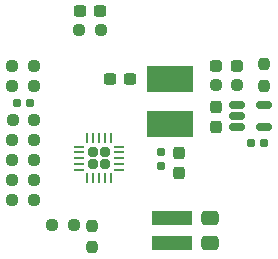
<source format=gbr>
%TF.GenerationSoftware,KiCad,Pcbnew,7.0.5*%
%TF.CreationDate,2024-01-17T11:16:35-05:00*%
%TF.ProjectId,PWR,5057522e-6b69-4636-9164-5f7063625858,rev?*%
%TF.SameCoordinates,Original*%
%TF.FileFunction,Paste,Top*%
%TF.FilePolarity,Positive*%
%FSLAX46Y46*%
G04 Gerber Fmt 4.6, Leading zero omitted, Abs format (unit mm)*
G04 Created by KiCad (PCBNEW 7.0.5) date 2024-01-17 11:16:35*
%MOMM*%
%LPD*%
G01*
G04 APERTURE LIST*
G04 Aperture macros list*
%AMRoundRect*
0 Rectangle with rounded corners*
0 $1 Rounding radius*
0 $2 $3 $4 $5 $6 $7 $8 $9 X,Y pos of 4 corners*
0 Add a 4 corners polygon primitive as box body*
4,1,4,$2,$3,$4,$5,$6,$7,$8,$9,$2,$3,0*
0 Add four circle primitives for the rounded corners*
1,1,$1+$1,$2,$3*
1,1,$1+$1,$4,$5*
1,1,$1+$1,$6,$7*
1,1,$1+$1,$8,$9*
0 Add four rect primitives between the rounded corners*
20,1,$1+$1,$2,$3,$4,$5,0*
20,1,$1+$1,$4,$5,$6,$7,0*
20,1,$1+$1,$6,$7,$8,$9,0*
20,1,$1+$1,$8,$9,$2,$3,0*%
G04 Aperture macros list end*
%ADD10RoundRect,0.237500X-0.237500X0.250000X-0.237500X-0.250000X0.237500X-0.250000X0.237500X0.250000X0*%
%ADD11RoundRect,0.237500X0.237500X-0.300000X0.237500X0.300000X-0.237500X0.300000X-0.237500X-0.300000X0*%
%ADD12RoundRect,0.155000X0.212500X0.155000X-0.212500X0.155000X-0.212500X-0.155000X0.212500X-0.155000X0*%
%ADD13RoundRect,0.237500X-0.250000X-0.237500X0.250000X-0.237500X0.250000X0.237500X-0.250000X0.237500X0*%
%ADD14RoundRect,0.237500X0.250000X0.237500X-0.250000X0.237500X-0.250000X-0.237500X0.250000X-0.237500X0*%
%ADD15R,3.900000X2.200000*%
%ADD16RoundRect,0.237500X0.237500X-0.250000X0.237500X0.250000X-0.237500X0.250000X-0.237500X-0.250000X0*%
%ADD17RoundRect,0.202500X-0.202500X0.202500X-0.202500X-0.202500X0.202500X-0.202500X0.202500X0.202500X0*%
%ADD18RoundRect,0.062500X-0.062500X0.375000X-0.062500X-0.375000X0.062500X-0.375000X0.062500X0.375000X0*%
%ADD19RoundRect,0.062500X-0.375000X0.062500X-0.375000X-0.062500X0.375000X-0.062500X0.375000X0.062500X0*%
%ADD20RoundRect,0.237500X-0.237500X0.300000X-0.237500X-0.300000X0.237500X-0.300000X0.237500X0.300000X0*%
%ADD21R,3.400000X1.300000*%
%ADD22RoundRect,0.155000X-0.155000X0.212500X-0.155000X-0.212500X0.155000X-0.212500X0.155000X0.212500X0*%
%ADD23RoundRect,0.237500X-0.300000X-0.237500X0.300000X-0.237500X0.300000X0.237500X-0.300000X0.237500X0*%
%ADD24RoundRect,0.150000X-0.512500X-0.150000X0.512500X-0.150000X0.512500X0.150000X-0.512500X0.150000X0*%
%ADD25RoundRect,0.237500X-0.287500X-0.237500X0.287500X-0.237500X0.287500X0.237500X-0.287500X0.237500X0*%
%ADD26RoundRect,0.250000X0.475000X-0.337500X0.475000X0.337500X-0.475000X0.337500X-0.475000X-0.337500X0*%
%ADD27RoundRect,0.237500X0.300000X0.237500X-0.300000X0.237500X-0.300000X-0.237500X0.300000X-0.237500X0*%
G04 APERTURE END LIST*
D10*
%TO.C,R15*%
X157840000Y-88897500D03*
X157840000Y-90722500D03*
%TD*%
D11*
%TO.C,C4*%
X153730000Y-94252500D03*
X153730000Y-92527500D03*
%TD*%
D12*
%TO.C,C13*%
X157850000Y-95620000D03*
X156715000Y-95620000D03*
%TD*%
D13*
%TO.C,R13*%
X136537500Y-89042500D03*
X138362500Y-89042500D03*
%TD*%
D14*
%TO.C,R16*%
X155560000Y-90705000D03*
X153735000Y-90705000D03*
%TD*%
D13*
%TO.C,R12*%
X136537500Y-90742500D03*
X138362500Y-90742500D03*
%TD*%
D15*
%TO.C,L2*%
X149900000Y-90188220D03*
X149900000Y-93988220D03*
%TD*%
D16*
%TO.C,R11*%
X143274280Y-104400720D03*
X143274280Y-102575720D03*
%TD*%
D17*
%TO.C,U2*%
X144350000Y-96392500D03*
X143350000Y-96392500D03*
X144350000Y-97392500D03*
X143350000Y-97392500D03*
D18*
X144850000Y-95205000D03*
X144350000Y-95205000D03*
X143850000Y-95205000D03*
X143350000Y-95205000D03*
X142850000Y-95205000D03*
D19*
X142162500Y-95892500D03*
X142162500Y-96392500D03*
X142162500Y-96892500D03*
X142162500Y-97392500D03*
X142162500Y-97892500D03*
D18*
X142850000Y-98580000D03*
X143350000Y-98580000D03*
X143850000Y-98580000D03*
X144350000Y-98580000D03*
X144850000Y-98580000D03*
D19*
X145537500Y-97892500D03*
X145537500Y-97392500D03*
X145537500Y-96892500D03*
X145537500Y-96392500D03*
X145537500Y-95892500D03*
%TD*%
D20*
%TO.C,C3*%
X150610000Y-96430000D03*
X150610000Y-98155000D03*
%TD*%
D13*
%TO.C,R10*%
X136537500Y-98702500D03*
X138362500Y-98702500D03*
%TD*%
%TO.C,R14*%
X136537500Y-100402500D03*
X138362500Y-100402500D03*
%TD*%
D21*
%TO.C,L1*%
X150014280Y-101950000D03*
X150014280Y-104050000D03*
%TD*%
D22*
%TO.C,C2*%
X149100000Y-96375000D03*
X149100000Y-97510000D03*
%TD*%
D23*
%TO.C,C5*%
X142237500Y-84450000D03*
X143962500Y-84450000D03*
%TD*%
D24*
%TO.C,U4*%
X155575000Y-92360000D03*
X155575000Y-93310000D03*
X155575000Y-94260000D03*
X157850000Y-94260000D03*
X157850000Y-92360000D03*
%TD*%
D25*
%TO.C,D1*%
X153795000Y-89070000D03*
X155545000Y-89070000D03*
%TD*%
D13*
%TO.C,R9*%
X136541780Y-93648220D03*
X138366780Y-93648220D03*
%TD*%
D26*
%TO.C,C6*%
X153230000Y-104037500D03*
X153230000Y-101962500D03*
%TD*%
D14*
%TO.C,R1*%
X144012500Y-86000000D03*
X142187500Y-86000000D03*
%TD*%
%TO.C,R6*%
X138356780Y-95338220D03*
X136531780Y-95338220D03*
%TD*%
D12*
%TO.C,C8*%
X138017500Y-92172500D03*
X136882500Y-92172500D03*
%TD*%
D27*
%TO.C,C7*%
X146486780Y-90168220D03*
X144761780Y-90168220D03*
%TD*%
D13*
%TO.C,R7*%
X136537500Y-97002500D03*
X138362500Y-97002500D03*
%TD*%
D14*
%TO.C,R8*%
X141706780Y-102558220D03*
X139881780Y-102558220D03*
%TD*%
M02*

</source>
